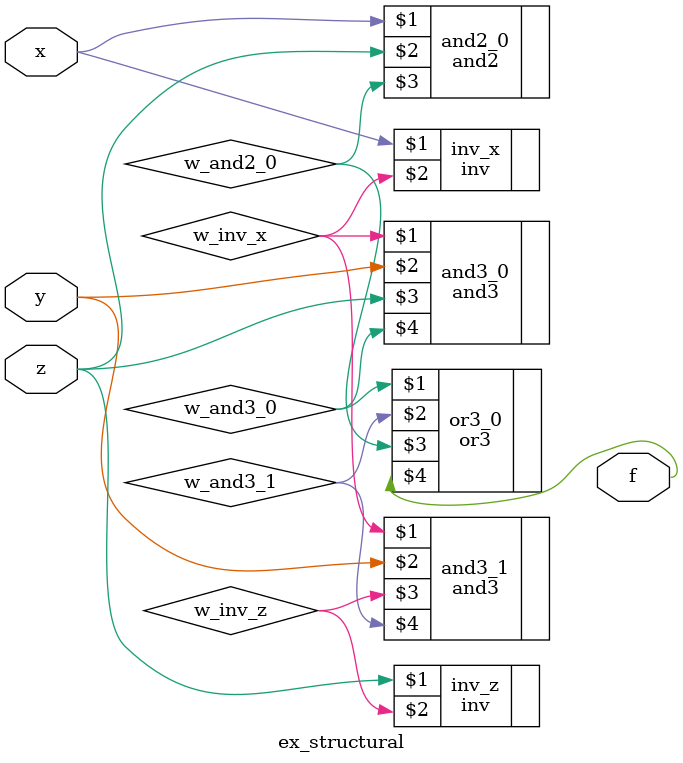
<source format=v>
module ex_structural(x,y,z,f);
input x,y,z;
output f;
	wire w_inv_x, w_inv_z;
	wire w_and3_0, w_and3_1, w_and2_0;

	inv inv_x (x, w_inv_x);
	inv inv_z (z, w_inv_z);

	and3 and3_0 (w_inv_x, y, z, w_and3_0);
	and3 and3_1 (w_inv_x, y, w_inv_z, w_and3_1);
	and2 and2_0 (x, z, w_and2_0);

	or3 or3_0 (w_and3_0, w_and3_1, w_and2_0, f);

endmodule
</source>
